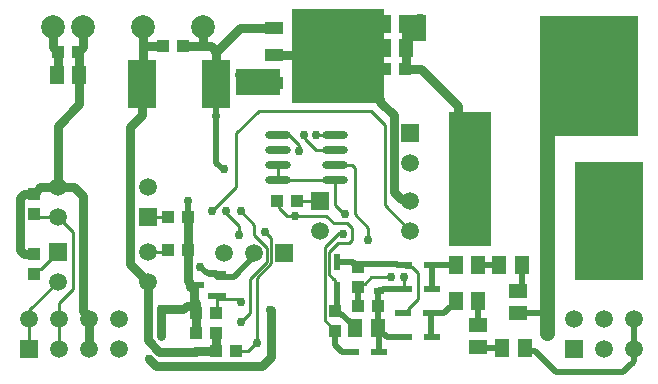
<source format=gbl>
G04*
G04 #@! TF.GenerationSoftware,Altium Limited,Altium Designer,24.5.2 (23)*
G04*
G04 Layer_Physical_Order=3*
G04 Layer_Color=16711680*
%FSLAX25Y25*%
%MOIN*%
G70*
G04*
G04 #@! TF.SameCoordinates,CB4C24F7-EE71-4198-96C3-8168C5EFC23F*
G04*
G04*
G04 #@! TF.FilePolarity,Positive*
G04*
G01*
G75*
%ADD13C,0.01000*%
%ADD18R,0.03937X0.04331*%
%ADD21R,0.04331X0.03937*%
%ADD24O,0.08661X0.02362*%
%ADD28R,0.05906X0.05118*%
%ADD53C,0.03000*%
%ADD54C,0.02000*%
%ADD55C,0.05000*%
%ADD61R,0.14500X0.08500*%
%ADD64R,0.05906X0.05906*%
%ADD65C,0.05906*%
%ADD66C,0.07874*%
%ADD67R,0.05906X0.05906*%
%ADD68C,0.03000*%
%ADD69C,0.05000*%
%ADD70R,0.05118X0.05906*%
%ADD71R,0.05709X0.02165*%
%ADD72R,0.02165X0.05709*%
%ADD73R,0.03268X0.02480*%
%ADD74R,0.05906X0.02362*%
%ADD75R,0.06102X0.13583*%
%ADD76R,0.06102X0.04331*%
%ADD77R,0.06102X0.04331*%
%ADD78R,0.09252X0.16142*%
%ADD79R,0.07000X0.08500*%
%ADD80R,0.14000X0.44500*%
%ADD81R,0.22500X0.39500*%
%ADD82R,0.33000X0.40000*%
%ADD83R,0.31000X0.31500*%
D13*
X121500Y36000D02*
X128000D01*
X132488Y32000D02*
X132500Y32012D01*
Y36000D01*
X132374Y40000D02*
X132957Y39417D01*
X135083D02*
X137000Y37500D01*
X132957Y39417D02*
X135083D01*
X97500Y78000D02*
Y80000D01*
X94000Y83500D02*
X97500Y80000D01*
X90551Y83500D02*
X94000D01*
X99414Y82086D02*
X103000Y78500D01*
X99414Y82086D02*
Y83149D01*
X99032Y83532D02*
X99414Y83149D01*
X103000Y78500D02*
X109449D01*
X110617Y50617D02*
X111883D01*
X112000Y50500D01*
X112389Y57112D02*
X112611D01*
X109449Y60051D02*
X112389Y57112D01*
X71959Y72000D02*
X72500D01*
X83335Y14165D02*
Y35835D01*
X88260Y40760D01*
X83165Y14165D02*
X83335D01*
X80500Y11500D02*
X83165Y14165D01*
X76346Y11500D02*
X80500D01*
X86263Y51237D02*
X88260Y49240D01*
X86021Y51237D02*
X86263D01*
X88260Y40760D02*
Y49240D01*
X81000Y35500D02*
X86740Y41240D01*
X78000Y21000D02*
X81000Y24000D01*
X86740Y41240D02*
Y45756D01*
X81000Y24000D02*
Y35500D01*
X76702Y28760D02*
X77632Y27830D01*
X77993D01*
X69980Y28760D02*
X76702D01*
X68500Y58000D02*
X76500Y66000D01*
Y84000D01*
X84000Y91500D01*
X72879Y57621D02*
X77500Y53000D01*
X72879Y57621D02*
Y57879D01*
X78000Y58000D02*
X82500Y53500D01*
Y49997D02*
Y53500D01*
X113500Y54000D02*
X115000Y52500D01*
Y48500D02*
Y52500D01*
X114000Y47500D02*
X115000Y48500D01*
X110500Y47500D02*
X114000D01*
X107500Y44500D02*
X110500Y47500D01*
X109000Y54000D02*
X113500D01*
X106000Y46000D02*
X110617Y50617D01*
X106500Y56500D02*
X109000Y54000D01*
X116000Y57000D02*
X120500Y52500D01*
X106000Y21654D02*
Y46000D01*
X120379Y48379D02*
X120500Y48500D01*
Y52500D01*
X107500Y37000D02*
Y44500D01*
X116000Y57000D02*
Y72500D01*
X106000Y21654D02*
X107835Y19819D01*
X109418Y32456D02*
Y35183D01*
X109023Y35578D02*
X109418Y35183D01*
X108922Y35578D02*
X109023D01*
X107500Y37000D02*
X108922Y35578D01*
X93500Y56500D02*
X96000D01*
X103000Y83500D02*
X109449D01*
X96000Y56500D02*
X106500D01*
X109449Y60051D02*
Y68500D01*
X82500Y49997D02*
X86740Y45756D01*
X109449Y73500D02*
X115000D01*
X116000Y72500D01*
X118270Y33923D02*
X119423D01*
X121500Y36000D01*
X117000Y32654D02*
X118270Y33923D01*
X133785Y25537D02*
X137000Y28752D01*
Y37500D01*
X84000Y91500D02*
X121389D01*
X90923Y59077D02*
X93500Y56500D01*
X77500Y50000D02*
Y53000D01*
X90551Y68500D02*
X109449D01*
X90423Y61230D02*
X90923Y60730D01*
Y59077D02*
Y60730D01*
X108031Y19819D02*
X109500Y18350D01*
X107835Y19819D02*
X108031D01*
X109500Y18154D02*
Y18350D01*
X109418Y32456D02*
X110000Y31874D01*
X96846Y61500D02*
X104500D01*
X126000Y60000D02*
Y86889D01*
X121389Y91500D02*
X126000Y86889D01*
Y60000D02*
X134500Y51500D01*
X47000Y56000D02*
X53654D01*
X53154Y44500D02*
X53654Y45000D01*
X47000Y44500D02*
X53154D01*
X69846Y23000D02*
X69980Y23134D01*
Y22634D02*
Y28760D01*
X90551Y68500D02*
Y73500D01*
X133785Y24583D02*
Y25537D01*
X132248Y24000D02*
X133203D01*
X133785Y24583D01*
X17000Y56000D02*
X22000Y51000D01*
X17500Y27500D02*
X22000Y32000D01*
Y51000D01*
X9000Y57153D02*
X10153Y56000D01*
X17000D01*
X9000Y37154D02*
Y37350D01*
X11319Y38819D02*
X17000Y44500D01*
X10469Y38819D02*
X11319D01*
X9000Y37350D02*
X10469Y38819D01*
X17500Y12500D02*
Y27500D01*
X7500Y22500D02*
Y25000D01*
Y12500D02*
Y22500D01*
Y25000D02*
X17000Y34500D01*
D18*
X9000Y43846D02*
D03*
Y37154D02*
D03*
Y63846D02*
D03*
Y57153D02*
D03*
X109500Y24847D02*
D03*
Y18154D02*
D03*
X117000Y39347D02*
D03*
Y32654D02*
D03*
D21*
X60347Y56000D02*
D03*
X53654D02*
D03*
X76346Y11500D02*
D03*
X69653D02*
D03*
X58846Y113000D02*
D03*
X52153D02*
D03*
X60347Y45000D02*
D03*
X53654D02*
D03*
X90153Y61500D02*
D03*
X96846D02*
D03*
X63153Y17500D02*
D03*
X69846D02*
D03*
X117154Y26500D02*
D03*
X123846D02*
D03*
X63153Y24000D02*
D03*
X69846D02*
D03*
X17154Y111000D02*
D03*
X23846D02*
D03*
X126154Y105500D02*
D03*
X132846D02*
D03*
D24*
X109449Y83500D02*
D03*
Y78500D02*
D03*
Y73500D02*
D03*
Y68500D02*
D03*
X90551Y83500D02*
D03*
Y78500D02*
D03*
Y73500D02*
D03*
Y68500D02*
D03*
D28*
X157000Y20240D02*
D03*
Y12760D02*
D03*
X170500Y31500D02*
D03*
Y24020D02*
D03*
D53*
X69846Y11000D02*
Y16500D01*
X50819Y11181D02*
X63181D01*
X63500Y11500D01*
X69653D01*
X61047Y32819D02*
Y33953D01*
X63153Y24000D02*
Y27347D01*
Y17500D02*
Y24000D01*
X87899Y25263D02*
X88000Y25162D01*
Y9500D02*
Y25162D01*
X85000Y6500D02*
X88000Y9500D01*
X49843Y6500D02*
X85000D01*
X47422Y8922D02*
X49843Y6500D01*
X138000Y105500D02*
X150500Y93000D01*
Y87500D02*
Y93000D01*
X132846Y105500D02*
X138000D01*
X60347Y34653D02*
Y45000D01*
Y56000D01*
Y34653D02*
X61047Y33953D01*
X47000Y15000D02*
X50819Y11181D01*
X47000Y15000D02*
Y34500D01*
X51500Y16500D02*
Y25500D01*
X58903D01*
X59972Y26568D01*
X60222Y26318D01*
X41000Y86000D02*
X45197Y90197D01*
Y90303D02*
Y100500D01*
X132846Y105500D02*
X133240Y105894D01*
Y112500D01*
Y120500D01*
X41000Y40500D02*
X47000Y34500D01*
X41000Y40500D02*
Y86000D01*
X88327Y100945D02*
X89213D01*
X124500Y94500D02*
X129000Y90000D01*
Y64500D02*
Y90000D01*
Y64500D02*
X131529Y61971D01*
X124500Y94500D02*
Y95500D01*
X131529Y61971D02*
X134029D01*
X134500Y61500D01*
X60222Y26318D02*
X62126D01*
X63153Y27347D01*
X62500Y28000D02*
X63153Y27347D01*
X62500Y28000D02*
Y32500D01*
X89213Y110000D02*
X101000D01*
X101500Y109500D01*
X77661Y119055D02*
X89213D01*
X69803Y111197D02*
X77661Y119055D01*
X68000Y113000D02*
X69803Y111197D01*
Y100500D02*
Y111197D01*
X65500Y113000D02*
X68000D01*
X58846D02*
X65500D01*
Y119500D01*
X45500Y113000D02*
Y119500D01*
Y100803D02*
Y113000D01*
X52153D01*
X45197Y100500D02*
X45500Y100803D01*
X25500Y24934D02*
Y63000D01*
X22500Y66000D02*
X25500Y63000D01*
Y24934D02*
X27500Y22934D01*
Y12500D02*
Y22934D01*
X5654Y43846D02*
X9000D01*
X4500Y45000D02*
X5654Y43846D01*
X4500Y45000D02*
Y62500D01*
X5847Y63846D02*
X9000D01*
X4500Y62500D02*
X5847Y63846D01*
X9665Y64512D02*
X11153Y66000D01*
X9469Y64512D02*
X9665D01*
X9000Y64043D02*
X9469Y64512D01*
X11153Y66000D02*
X17000D01*
X9000Y63846D02*
Y64043D01*
X17000Y86500D02*
X24240Y93740D01*
Y103500D01*
X17000Y66000D02*
Y86500D01*
Y66000D02*
X22500D01*
X23846Y111000D02*
X24240Y110606D01*
Y103500D02*
Y110606D01*
X25500Y112654D02*
Y119500D01*
X23846Y111000D02*
X24043D01*
X24512Y111469D02*
Y111665D01*
X24043Y111000D02*
X24512Y111469D01*
Y111665D02*
X25500Y112654D01*
X16488Y111469D02*
X16957Y111000D01*
X16488Y111469D02*
Y111665D01*
X15500Y112654D02*
X16488Y111665D01*
X15500Y112654D02*
Y119500D01*
X16957Y111000D02*
X17154D01*
X16760Y103500D02*
X17154Y103894D01*
Y111000D01*
D54*
X123846Y31370D02*
X124043Y31567D01*
X130213Y40390D02*
X130602Y40000D01*
X117968Y40390D02*
X124000D01*
X130213D01*
X130602Y40000D02*
X132374D01*
X69803Y74156D02*
Y100500D01*
X69897Y37402D02*
X70240Y37059D01*
Y36240D02*
X75740D01*
X87899Y12399D02*
Y25263D01*
X173701Y11539D02*
X175961D01*
X183000Y4500D02*
X205500D01*
X175961Y11539D02*
X183000Y4500D01*
X172740Y12500D02*
X173701Y11539D01*
X209000Y12000D02*
Y22000D01*
Y7948D02*
Y12000D01*
X208312Y7260D02*
X209000Y7948D01*
X208260Y7260D02*
X208312D01*
X205500Y4500D02*
X208260Y7260D01*
X178168Y24020D02*
X180000Y22188D01*
X170500Y24020D02*
X178168D01*
X60500Y56154D02*
Y61500D01*
X60347Y56000D02*
X60500Y56154D01*
X69803Y74156D02*
X71959Y72000D01*
X64520Y39591D02*
X66709Y37402D01*
X69897D01*
X75740Y36240D02*
X82500Y43000D01*
Y44000D01*
X123740Y19000D02*
X123846Y19106D01*
Y26500D01*
X125322Y32000D02*
X132374D01*
X124000Y31610D02*
X124240Y31850D01*
X125173D01*
X125322Y32000D01*
X141626D02*
Y40000D01*
X117154Y26500D02*
Y32500D01*
X117000Y32654D02*
X117154Y32500D01*
X123846Y26500D02*
Y31370D01*
X116032Y40512D02*
X117000Y39543D01*
Y39421D02*
Y39543D01*
X110000Y41126D02*
X115295D01*
X115909Y40512D01*
X116032D01*
X117000Y39421D02*
X117968Y40390D01*
X110000Y25346D02*
Y31874D01*
X109500Y24847D02*
X110000Y25346D01*
X114307Y20953D02*
X114701D01*
X116260Y19394D01*
X109500Y24650D02*
Y24847D01*
Y24650D02*
X110468Y23681D01*
X111579D01*
X114307Y20953D01*
X116260Y19000D02*
Y19394D01*
X109500Y13500D02*
X111917Y11083D01*
X114791D02*
X114874Y11000D01*
X111917Y11083D02*
X114791D01*
X109500Y13500D02*
Y18154D01*
X124126Y18221D02*
X125299Y17047D01*
X124126Y18221D02*
Y18614D01*
Y11000D02*
Y18221D01*
X123740Y19000D02*
X124126Y18614D01*
X126740Y16000D02*
X132374D01*
X125693Y17047D02*
X126740Y16000D01*
X125299Y17047D02*
X125693D01*
X141500Y16083D02*
Y24000D01*
Y16083D02*
X141583Y16000D01*
X141626D01*
X145760Y24000D02*
X147807Y26047D01*
X141500Y24000D02*
X145760D01*
X149760Y27606D02*
Y28000D01*
X148201Y26047D02*
X149760Y27606D01*
X147807Y26047D02*
X148201D01*
X157000Y20240D02*
Y27760D01*
X157240Y28000D01*
X157000Y12760D02*
X157260Y12500D01*
X165260D01*
X141626Y40000D02*
X149760D01*
X157240D02*
X164260D01*
X171740Y32740D02*
Y40000D01*
X170500Y31500D02*
X171740Y32740D01*
D55*
X180000Y17500D02*
Y23500D01*
Y24020D02*
Y100000D01*
D61*
X83750Y101250D02*
D03*
D64*
X104500Y61500D02*
D03*
X7500Y12000D02*
D03*
X189000D02*
D03*
X47000Y56000D02*
D03*
X17000Y44500D02*
D03*
X92500Y44000D02*
D03*
D65*
X104500Y51500D02*
D03*
X134500Y61500D02*
D03*
Y51500D02*
D03*
X7500Y22000D02*
D03*
X17500Y12000D02*
D03*
Y22000D02*
D03*
X27500Y12000D02*
D03*
Y22000D02*
D03*
X37500Y12000D02*
D03*
Y22000D02*
D03*
X189000D02*
D03*
X199000Y12000D02*
D03*
Y22000D02*
D03*
X209000Y12000D02*
D03*
Y22000D02*
D03*
X17000Y66000D02*
D03*
Y56000D02*
D03*
X47000Y66000D02*
D03*
Y34500D02*
D03*
Y44500D02*
D03*
X17000Y34500D02*
D03*
X82500Y44000D02*
D03*
X72500D02*
D03*
X134500Y74000D02*
D03*
D66*
X15500Y119500D02*
D03*
X25500D02*
D03*
X45500D02*
D03*
X65500D02*
D03*
D67*
X134500Y84000D02*
D03*
D68*
X128000Y36000D02*
D03*
X132500D02*
D03*
X97000Y96000D02*
D03*
X69666Y89840D02*
D03*
X77500Y103500D02*
D03*
X137841Y122492D02*
D03*
X82500Y103500D02*
D03*
X63500Y11500D02*
D03*
X99032Y83532D02*
D03*
X112000Y50500D02*
D03*
X112611Y57112D02*
D03*
X137798Y117492D02*
D03*
X60500Y61500D02*
D03*
X72500Y72000D02*
D03*
X108000Y96000D02*
D03*
X64520Y39591D02*
D03*
X83335Y14165D02*
D03*
X51500Y16500D02*
D03*
Y25500D02*
D03*
X47422Y8922D02*
D03*
X87899Y25263D02*
D03*
X86021Y51237D02*
D03*
X77993Y27830D02*
D03*
X78000Y21000D02*
D03*
X73250Y58000D02*
D03*
X78000D02*
D03*
X68500D02*
D03*
X120379Y48379D02*
D03*
X96000Y56500D02*
D03*
X103000Y83500D02*
D03*
X77500Y50000D02*
D03*
X97500Y78000D02*
D03*
D69*
X180000Y23500D02*
D03*
Y17500D02*
D03*
X158500Y50000D02*
D03*
X150500D02*
D03*
Y87500D02*
D03*
X158500D02*
D03*
X206000Y68500D02*
D03*
Y59500D02*
D03*
Y50500D02*
D03*
Y41500D02*
D03*
X197500D02*
D03*
Y50500D02*
D03*
Y59500D02*
D03*
Y68500D02*
D03*
X187500Y117000D02*
D03*
Y108000D02*
D03*
Y99000D02*
D03*
Y90000D02*
D03*
X196000Y117000D02*
D03*
Y108000D02*
D03*
Y99000D02*
D03*
Y90000D02*
D03*
X204500D02*
D03*
Y99000D02*
D03*
Y108000D02*
D03*
Y117000D02*
D03*
D70*
X116260Y19000D02*
D03*
X123740D02*
D03*
X149760Y28000D02*
D03*
X157240D02*
D03*
X165260Y12500D02*
D03*
X172740D02*
D03*
X149760Y40000D02*
D03*
X157240D02*
D03*
X164260D02*
D03*
X171740D02*
D03*
X16760Y103500D02*
D03*
X24240D02*
D03*
X125760Y112500D02*
D03*
X133240D02*
D03*
X125760Y120500D02*
D03*
X133240D02*
D03*
D71*
X124126Y11000D02*
D03*
X114874D02*
D03*
X141626Y16000D02*
D03*
X132374D02*
D03*
X141626Y32000D02*
D03*
X132374D02*
D03*
Y40000D02*
D03*
X141626D02*
D03*
X132248Y24000D02*
D03*
X141500D02*
D03*
D72*
X110000Y31874D02*
D03*
Y41126D02*
D03*
D73*
X124000Y31610D02*
D03*
Y40390D02*
D03*
D74*
X70240Y37240D02*
D03*
Y29760D02*
D03*
X62760Y33500D02*
D03*
D75*
X115787Y110000D02*
D03*
D76*
X89213Y119055D02*
D03*
Y110000D02*
D03*
D77*
Y100945D02*
D03*
D78*
X69803Y100500D02*
D03*
X45197D02*
D03*
D79*
X136500Y119250D02*
D03*
D80*
X154500Y68750D02*
D03*
D81*
X200750Y54750D02*
D03*
D82*
X194000Y103000D02*
D03*
D83*
X110500Y109750D02*
D03*
M02*

</source>
